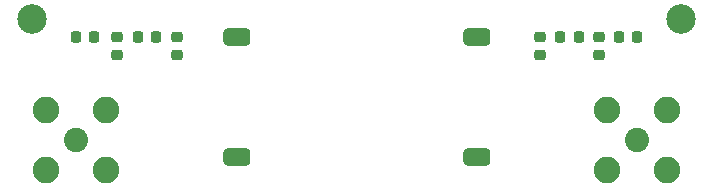
<source format=gbr>
%TF.GenerationSoftware,KiCad,Pcbnew,6.0.10*%
%TF.CreationDate,2023-05-25T16:41:47+02:00*%
%TF.ProjectId,saw_carrier,7361775f-6361-4727-9269-65722e6b6963,rev?*%
%TF.SameCoordinates,Original*%
%TF.FileFunction,Soldermask,Top*%
%TF.FilePolarity,Negative*%
%FSLAX46Y46*%
G04 Gerber Fmt 4.6, Leading zero omitted, Abs format (unit mm)*
G04 Created by KiCad (PCBNEW 6.0.10) date 2023-05-25 16:41:47*
%MOMM*%
%LPD*%
G01*
G04 APERTURE LIST*
G04 Aperture macros list*
%AMRoundRect*
0 Rectangle with rounded corners*
0 $1 Rounding radius*
0 $2 $3 $4 $5 $6 $7 $8 $9 X,Y pos of 4 corners*
0 Add a 4 corners polygon primitive as box body*
4,1,4,$2,$3,$4,$5,$6,$7,$8,$9,$2,$3,0*
0 Add four circle primitives for the rounded corners*
1,1,$1+$1,$2,$3*
1,1,$1+$1,$4,$5*
1,1,$1+$1,$6,$7*
1,1,$1+$1,$8,$9*
0 Add four rect primitives between the rounded corners*
20,1,$1+$1,$2,$3,$4,$5,0*
20,1,$1+$1,$4,$5,$6,$7,0*
20,1,$1+$1,$6,$7,$8,$9,0*
20,1,$1+$1,$8,$9,$2,$3,0*%
G04 Aperture macros list end*
%ADD10C,2.500000*%
%ADD11RoundRect,0.381000X-0.762000X-0.381000X0.762000X-0.381000X0.762000X0.381000X-0.762000X0.381000X0*%
%ADD12RoundRect,0.225000X-0.225000X-0.250000X0.225000X-0.250000X0.225000X0.250000X-0.225000X0.250000X0*%
%ADD13C,2.250000*%
%ADD14C,2.050000*%
%ADD15RoundRect,0.225000X0.250000X-0.225000X0.250000X0.225000X-0.250000X0.225000X-0.250000X-0.225000X0*%
G04 APERTURE END LIST*
D10*
%TO.C,H3*%
X148750000Y-100750000D03*
%TD*%
%TO.C,H1*%
X93750000Y-100750000D03*
%TD*%
D11*
%TO.C,U1*%
X111125000Y-102235000D03*
X111125000Y-112395000D03*
X131445000Y-102235000D03*
X131445000Y-112395000D03*
%TD*%
D12*
%TO.C,C3*%
X102730000Y-102250962D03*
X104280000Y-102250962D03*
%TD*%
%TO.C,C11*%
X145000000Y-102235000D03*
X143450000Y-102235000D03*
%TD*%
D13*
%TO.C,J2*%
X142460000Y-113540000D03*
X147540000Y-108460000D03*
X142460000Y-108460000D03*
X147540000Y-113540000D03*
D14*
X145000000Y-111000000D03*
%TD*%
D12*
%TO.C,C9*%
X138500000Y-102250000D03*
X140050000Y-102250000D03*
%TD*%
%TO.C,C1*%
X97500000Y-102250000D03*
X99050000Y-102250000D03*
%TD*%
D15*
%TO.C,C8*%
X136750000Y-103775000D03*
X136750000Y-102225000D03*
%TD*%
%TO.C,C4*%
X106045000Y-102235000D03*
X106045000Y-103785000D03*
%TD*%
D14*
%TO.C,J1*%
X97500000Y-111000000D03*
D13*
X100040000Y-113540000D03*
X100040000Y-108460000D03*
X94960000Y-108460000D03*
X94960000Y-113540000D03*
%TD*%
D15*
%TO.C,C2*%
X100965000Y-103785000D03*
X100965000Y-102235000D03*
%TD*%
%TO.C,C10*%
X141750000Y-102235000D03*
X141750000Y-103785000D03*
%TD*%
M02*

</source>
